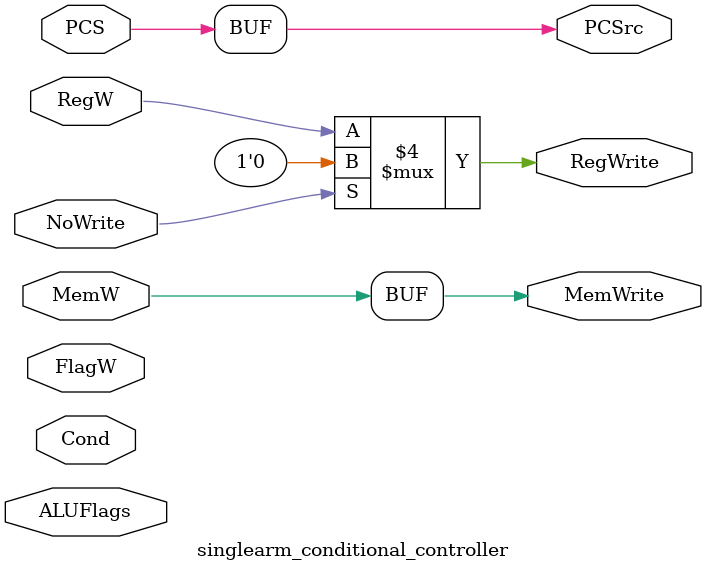
<source format=v>
module singlearm_conditional_controller (Cond,ALUFlags,FlagW,PCS,RegW,MemW,PCSrc,RegWrite,MemWrite,NoWrite);
input [3:0]Cond;
input [3:0]ALUFlags;
input [1:0]FlagW;
input PCS,RegW,MemW,NoWrite;

output PCSrc,RegWrite,MemWrite;
reg RegWrite;

always @(*)begin
if (NoWrite==0) RegWrite = RegW ; //& (NoWrite==0)
else begin
RegWrite=0;
end
end



assign MemWrite = MemW ;
assign PCSrc = PCS ;

endmodule
</source>
